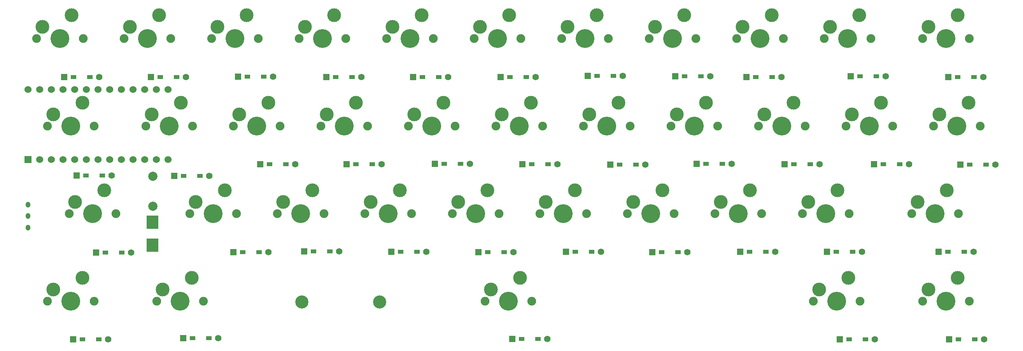
<source format=gbr>
%TF.GenerationSoftware,KiCad,Pcbnew,7.0.8*%
%TF.CreationDate,2024-10-24T11:53:26+09:00*%
%TF.ProjectId,cool337,636f6f6c-3333-4372-9e6b-696361645f70,rev?*%
%TF.SameCoordinates,Original*%
%TF.FileFunction,Soldermask,Top*%
%TF.FilePolarity,Negative*%
%FSLAX46Y46*%
G04 Gerber Fmt 4.6, Leading zero omitted, Abs format (unit mm)*
G04 Created by KiCad (PCBNEW 7.0.8) date 2024-10-24 11:53:26*
%MOMM*%
%LPD*%
G01*
G04 APERTURE LIST*
%ADD10R,1.397000X1.397000*%
%ADD11R,1.300000X0.950000*%
%ADD12C,1.397000*%
%ADD13C,1.900000*%
%ADD14C,3.000000*%
%ADD15C,4.100000*%
%ADD16C,2.850000*%
%ADD17C,2.000000*%
%ADD18O,1.000000X1.300000*%
%ADD19C,1.524000*%
%ADD20R,1.524000X1.524000*%
%ADD21R,2.600000X3.000000*%
G04 APERTURE END LIST*
D10*
%TO.C,D6*%
X95910000Y-8330000D03*
D11*
X97945000Y-8330000D03*
X101495000Y-8330000D03*
D12*
X103530000Y-8330000D03*
%TD*%
D13*
%TO.C,SW35*%
X92551250Y-57150000D03*
D14*
X93821250Y-54610000D03*
D15*
X97631250Y-57150000D03*
D14*
X100171250Y-52070000D03*
D13*
X102711250Y-57150000D03*
%TD*%
%TO.C,SW22*%
X190182500Y-19050000D03*
D14*
X191452500Y-16510000D03*
D15*
X195262500Y-19050000D03*
D14*
X197802500Y-13970000D03*
D13*
X200342500Y-19050000D03*
%TD*%
D10*
%TO.C,D20*%
X157755000Y-27290000D03*
D11*
X159790000Y-27290000D03*
X163340000Y-27290000D03*
D12*
X165375000Y-27290000D03*
%TD*%
D13*
%TO.C,SW13*%
X18732500Y-19050000D03*
D14*
X20002500Y-16510000D03*
D15*
X23812500Y-19050000D03*
D14*
X26352500Y-13970000D03*
D13*
X28892500Y-19050000D03*
%TD*%
%TO.C,SW3*%
X33020000Y0D03*
D14*
X34290000Y2540000D03*
D15*
X38100000Y0D03*
D14*
X40640000Y5080000D03*
D13*
X43180000Y0D03*
%TD*%
%TO.C,SW1*%
X-5080000Y0D03*
D14*
X-3810000Y2540000D03*
D15*
X0Y0D03*
D14*
X2540000Y5080000D03*
D13*
X5080000Y0D03*
%TD*%
%TO.C,SW19*%
X133032500Y-19050000D03*
D14*
X134302500Y-16510000D03*
D15*
X138112500Y-19050000D03*
D14*
X140652500Y-13970000D03*
D13*
X143192500Y-19050000D03*
%TD*%
D10*
%TO.C,D7*%
X114920000Y-8080000D03*
D11*
X116955000Y-8080000D03*
X120505000Y-8080000D03*
D12*
X122540000Y-8080000D03*
%TD*%
D10*
%TO.C,D31*%
X167010000Y-46320000D03*
D11*
X169045000Y-46320000D03*
X172595000Y-46320000D03*
D12*
X174630000Y-46320000D03*
%TD*%
D16*
%TO.C,BT1*%
X69580000Y-57260000D03*
X52680000Y-57260000D03*
%TD*%
D13*
%TO.C,SW10*%
X166370000Y0D03*
D14*
X167640000Y2540000D03*
D15*
X171450000Y0D03*
D14*
X173990000Y5080000D03*
D13*
X176530000Y0D03*
%TD*%
%TO.C,SW26*%
X66357500Y-38100000D03*
D14*
X67627500Y-35560000D03*
D15*
X71437500Y-38100000D03*
D14*
X73977500Y-33020000D03*
D13*
X76517500Y-38100000D03*
%TD*%
%TO.C,SW36*%
X163988750Y-57150000D03*
D14*
X165258750Y-54610000D03*
D15*
X169068750Y-57150000D03*
D14*
X171608750Y-52070000D03*
D13*
X174148750Y-57150000D03*
%TD*%
D10*
%TO.C,D8*%
X133930000Y-8200000D03*
D11*
X135965000Y-8200000D03*
X139515000Y-8200000D03*
D12*
X141550000Y-8200000D03*
%TD*%
D10*
%TO.C,D22*%
X196005000Y-27410000D03*
D11*
X198040000Y-27410000D03*
X201590000Y-27410000D03*
D12*
X203625000Y-27410000D03*
%TD*%
D10*
%TO.C,D34*%
X26825000Y-65170000D03*
D11*
X28860000Y-65170000D03*
X32410000Y-65170000D03*
D12*
X34445000Y-65170000D03*
%TD*%
D10*
%TO.C,D29*%
X129000000Y-46420000D03*
D11*
X131035000Y-46420000D03*
X134585000Y-46420000D03*
D12*
X136620000Y-46420000D03*
%TD*%
D13*
%TO.C,SW11*%
X187801250Y0D03*
D14*
X189071250Y2540000D03*
D15*
X192881250Y0D03*
D14*
X195421250Y5080000D03*
D13*
X197961250Y0D03*
%TD*%
%TO.C,SW29*%
X123507500Y-38100000D03*
D14*
X124777500Y-35560000D03*
D15*
X128587500Y-38100000D03*
D14*
X131127500Y-33020000D03*
D13*
X133667500Y-38100000D03*
%TD*%
D10*
%TO.C,D23*%
X7850000Y-46520000D03*
D11*
X9885000Y-46520000D03*
X13435000Y-46520000D03*
D12*
X15470000Y-46520000D03*
%TD*%
D13*
%TO.C,SW32*%
X185420000Y-38100000D03*
D14*
X186690000Y-35560000D03*
D15*
X190500000Y-38100000D03*
D14*
X193040000Y-33020000D03*
D13*
X195580000Y-38100000D03*
%TD*%
D17*
%TO.C,SW39*%
X20220000Y-29950000D03*
X20220000Y-36450000D03*
%TD*%
D13*
%TO.C,SW17*%
X94932500Y-19050000D03*
D14*
X96202500Y-16510000D03*
D15*
X100012500Y-19050000D03*
D14*
X102552500Y-13970000D03*
D13*
X105092500Y-19050000D03*
%TD*%
D10*
%TO.C,D24*%
X37810000Y-46460000D03*
D11*
X39845000Y-46460000D03*
X43395000Y-46460000D03*
D12*
X45430000Y-46460000D03*
%TD*%
D13*
%TO.C,SW15*%
X56832500Y-19050000D03*
D14*
X58102500Y-16510000D03*
D15*
X61912500Y-19050000D03*
D14*
X64452500Y-13970000D03*
D13*
X66992500Y-19050000D03*
%TD*%
%TO.C,SW31*%
X161607500Y-38100000D03*
D14*
X162877500Y-35560000D03*
D15*
X166687500Y-38100000D03*
D14*
X169227500Y-33020000D03*
D13*
X171767500Y-38100000D03*
%TD*%
D10*
%TO.C,D32*%
X191275000Y-46390000D03*
D11*
X193310000Y-46390000D03*
X196860000Y-46390000D03*
D12*
X198895000Y-46390000D03*
%TD*%
D13*
%TO.C,SW12*%
X-2698750Y-19050000D03*
D14*
X-1428750Y-16510000D03*
D15*
X2381250Y-19050000D03*
D14*
X4921250Y-13970000D03*
D13*
X7461250Y-19050000D03*
%TD*%
D10*
%TO.C,D26*%
X72155000Y-46340000D03*
D11*
X74190000Y-46340000D03*
X77740000Y-46340000D03*
D12*
X79775000Y-46340000D03*
%TD*%
D10*
%TO.C,D15*%
X62425000Y-27330000D03*
D11*
X64460000Y-27330000D03*
X68010000Y-27330000D03*
D12*
X70045000Y-27330000D03*
%TD*%
D13*
%TO.C,SW9*%
X147320000Y0D03*
D14*
X148590000Y2540000D03*
D15*
X152400000Y0D03*
D14*
X154940000Y5080000D03*
D13*
X157480000Y0D03*
%TD*%
D10*
%TO.C,D2*%
X19845000Y-8330000D03*
D11*
X21880000Y-8330000D03*
X25430000Y-8330000D03*
D12*
X27465000Y-8330000D03*
%TD*%
D13*
%TO.C,SW8*%
X128270000Y0D03*
D14*
X129540000Y2540000D03*
D15*
X133350000Y0D03*
D14*
X135890000Y5080000D03*
D13*
X138430000Y0D03*
%TD*%
%TO.C,SW30*%
X142557500Y-38100000D03*
D14*
X143827500Y-35560000D03*
D15*
X147637500Y-38100000D03*
D14*
X150177500Y-33020000D03*
D13*
X152717500Y-38100000D03*
%TD*%
D10*
%TO.C,D12*%
X3660000Y-29750000D03*
D11*
X5695000Y-29750000D03*
X9245000Y-29750000D03*
D12*
X11280000Y-29750000D03*
%TD*%
D13*
%TO.C,SW25*%
X47307500Y-38100000D03*
D14*
X48577500Y-35560000D03*
D15*
X52387500Y-38100000D03*
D14*
X54927500Y-33020000D03*
D13*
X57467500Y-38100000D03*
%TD*%
%TO.C,SW34*%
X21113750Y-57150000D03*
D14*
X22383750Y-54610000D03*
D15*
X26193750Y-57150000D03*
D14*
X28733750Y-52070000D03*
D13*
X31273750Y-57150000D03*
%TD*%
D10*
%TO.C,D36*%
X169740000Y-65420000D03*
D11*
X171775000Y-65420000D03*
X175325000Y-65420000D03*
D12*
X177360000Y-65420000D03*
%TD*%
D18*
%TO.C,SW38*%
X-6910000Y-41100000D03*
X-6910000Y-38600000D03*
X-6910000Y-36100000D03*
%TD*%
D10*
%TO.C,D25*%
X53150000Y-46280000D03*
D11*
X55185000Y-46280000D03*
X58735000Y-46280000D03*
D12*
X60770000Y-46280000D03*
%TD*%
D13*
%TO.C,SW23*%
X2063750Y-38100000D03*
D14*
X3333750Y-35560000D03*
D15*
X7143750Y-38100000D03*
D14*
X9683750Y-33020000D03*
D13*
X12223750Y-38100000D03*
%TD*%
D10*
%TO.C,D3*%
X38800000Y-8240000D03*
D11*
X40835000Y-8240000D03*
X44385000Y-8240000D03*
D12*
X46420000Y-8240000D03*
%TD*%
D10*
%TO.C,D10*%
X172110000Y-8140000D03*
D11*
X174145000Y-8140000D03*
X177695000Y-8140000D03*
D12*
X179730000Y-8140000D03*
%TD*%
D19*
%TO.C,U1*%
X-4420000Y-11088600D03*
X-1880000Y-11088600D03*
X660000Y-11088600D03*
X3200000Y-11088600D03*
X5740000Y-11088600D03*
X8280000Y-11088600D03*
X10820000Y-11088600D03*
X13360000Y-11088600D03*
X15900000Y-11088600D03*
X18440000Y-11088600D03*
X20980000Y-11088600D03*
X23520000Y-11088600D03*
X23520000Y-26308600D03*
X20980000Y-26308600D03*
X18440000Y-26308600D03*
X15900000Y-26308600D03*
X13360000Y-26308600D03*
X10820000Y-26308600D03*
X8280000Y-26308600D03*
X5740000Y-26308600D03*
X3200000Y-26308600D03*
X660000Y-26308600D03*
X-1880000Y-26308600D03*
X-4420000Y-26308600D03*
D20*
X-6960000Y-26308600D03*
D19*
X-6960000Y-11088600D03*
%TD*%
D10*
%TO.C,D35*%
X98460000Y-65360000D03*
D11*
X100495000Y-65360000D03*
X104045000Y-65360000D03*
D12*
X106080000Y-65360000D03*
%TD*%
D13*
%TO.C,SW4*%
X52070000Y0D03*
D14*
X53340000Y2540000D03*
D15*
X57150000Y0D03*
D14*
X59690000Y5080000D03*
D13*
X62230000Y0D03*
%TD*%
D10*
%TO.C,D5*%
X76910000Y-8360000D03*
D11*
X78945000Y-8360000D03*
X82495000Y-8360000D03*
D12*
X84530000Y-8360000D03*
%TD*%
D10*
%TO.C,D30*%
X148120000Y-46370000D03*
D11*
X150155000Y-46370000D03*
X153705000Y-46370000D03*
D12*
X155740000Y-46370000D03*
%TD*%
D10*
%TO.C,D1*%
X920000Y-8330000D03*
D11*
X2955000Y-8330000D03*
X6505000Y-8330000D03*
D12*
X8540000Y-8330000D03*
%TD*%
D10*
%TO.C,D19*%
X138615000Y-27260000D03*
D11*
X140650000Y-27260000D03*
X144200000Y-27260000D03*
D12*
X146235000Y-27260000D03*
%TD*%
D10*
%TO.C,D18*%
X119835000Y-27350000D03*
D11*
X121870000Y-27350000D03*
X125420000Y-27350000D03*
D12*
X127455000Y-27350000D03*
%TD*%
D10*
%TO.C,D14*%
X43635000Y-27340000D03*
D11*
X45670000Y-27340000D03*
X49220000Y-27340000D03*
D12*
X51255000Y-27340000D03*
%TD*%
D13*
%TO.C,SW2*%
X13970000Y0D03*
D14*
X15240000Y2540000D03*
D15*
X19050000Y0D03*
D14*
X21590000Y5080000D03*
D13*
X24130000Y0D03*
%TD*%
%TO.C,SW21*%
X171132500Y-19050000D03*
D14*
X172402500Y-16510000D03*
D15*
X176212500Y-19050000D03*
D14*
X178752500Y-13970000D03*
D13*
X181292500Y-19050000D03*
%TD*%
D10*
%TO.C,D13*%
X24880000Y-29880000D03*
D11*
X26915000Y-29880000D03*
X30465000Y-29880000D03*
D12*
X32500000Y-29880000D03*
%TD*%
D21*
%TO.C,C2*%
X20160000Y-44900000D03*
X20160000Y-39900000D03*
%TD*%
D10*
%TO.C,D37*%
X193555000Y-65370000D03*
D11*
X195590000Y-65370000D03*
X199140000Y-65370000D03*
D12*
X201175000Y-65370000D03*
%TD*%
D10*
%TO.C,D9*%
X149420000Y-8350000D03*
D11*
X151455000Y-8350000D03*
X155005000Y-8350000D03*
D12*
X157040000Y-8350000D03*
%TD*%
D13*
%TO.C,SW37*%
X187801250Y-57150000D03*
D14*
X189071250Y-54610000D03*
D15*
X192881250Y-57150000D03*
D14*
X195421250Y-52070000D03*
D13*
X197961250Y-57150000D03*
%TD*%
D10*
%TO.C,D4*%
X58040000Y-8310000D03*
D11*
X60075000Y-8310000D03*
X63625000Y-8310000D03*
D12*
X65660000Y-8310000D03*
%TD*%
D13*
%TO.C,SW6*%
X90170000Y0D03*
D14*
X91440000Y2540000D03*
D15*
X95250000Y0D03*
D14*
X97790000Y5080000D03*
D13*
X100330000Y0D03*
%TD*%
D10*
%TO.C,D33*%
X2925000Y-65430000D03*
D11*
X4960000Y-65430000D03*
X8510000Y-65430000D03*
D12*
X10545000Y-65430000D03*
%TD*%
D13*
%TO.C,SW20*%
X152082500Y-19050000D03*
D14*
X153352500Y-16510000D03*
D15*
X157162500Y-19050000D03*
D14*
X159702500Y-13970000D03*
D13*
X162242500Y-19050000D03*
%TD*%
%TO.C,SW14*%
X37782500Y-19050000D03*
D14*
X39052500Y-16510000D03*
D15*
X42862500Y-19050000D03*
D14*
X45402500Y-13970000D03*
D13*
X47942500Y-19050000D03*
%TD*%
%TO.C,SW5*%
X71120000Y0D03*
D14*
X72390000Y2540000D03*
D15*
X76200000Y0D03*
D14*
X78740000Y5080000D03*
D13*
X81280000Y0D03*
%TD*%
%TO.C,SW16*%
X75882500Y-19050000D03*
D14*
X77152500Y-16510000D03*
D15*
X80962500Y-19050000D03*
D14*
X83502500Y-13970000D03*
D13*
X86042500Y-19050000D03*
%TD*%
%TO.C,SW18*%
X113982500Y-19050000D03*
D14*
X115252500Y-16510000D03*
D15*
X119062500Y-19050000D03*
D14*
X121602500Y-13970000D03*
D13*
X124142500Y-19050000D03*
%TD*%
D10*
%TO.C,D11*%
X193420000Y-8340000D03*
D11*
X195455000Y-8340000D03*
X199005000Y-8340000D03*
D12*
X201040000Y-8340000D03*
%TD*%
D13*
%TO.C,SW27*%
X85407500Y-38100000D03*
D14*
X86677500Y-35560000D03*
D15*
X90487500Y-38100000D03*
D14*
X93027500Y-33020000D03*
D13*
X95567500Y-38100000D03*
%TD*%
D10*
%TO.C,D17*%
X100705000Y-27320000D03*
D11*
X102740000Y-27320000D03*
X106290000Y-27320000D03*
D12*
X108325000Y-27320000D03*
%TD*%
D10*
%TO.C,D27*%
X91155000Y-46470000D03*
D11*
X93190000Y-46470000D03*
X96740000Y-46470000D03*
D12*
X98775000Y-46470000D03*
%TD*%
D13*
%TO.C,SW28*%
X104457500Y-38100000D03*
D14*
X105727500Y-35560000D03*
D15*
X109537500Y-38100000D03*
D14*
X112077500Y-33020000D03*
D13*
X114617500Y-38100000D03*
%TD*%
%TO.C,SW33*%
X-2698750Y-57150000D03*
D14*
X-1428750Y-54610000D03*
D15*
X2381250Y-57150000D03*
D14*
X4921250Y-52070000D03*
D13*
X7461250Y-57150000D03*
%TD*%
D10*
%TO.C,D16*%
X81615000Y-27190000D03*
D11*
X83650000Y-27190000D03*
X87200000Y-27190000D03*
D12*
X89235000Y-27190000D03*
%TD*%
D13*
%TO.C,SW7*%
X109220000Y0D03*
D14*
X110490000Y2540000D03*
D15*
X114300000Y0D03*
D14*
X116840000Y5080000D03*
D13*
X119380000Y0D03*
%TD*%
D10*
%TO.C,D21*%
X177195000Y-27280000D03*
D11*
X179230000Y-27280000D03*
X182780000Y-27280000D03*
D12*
X184815000Y-27280000D03*
%TD*%
D10*
%TO.C,D28*%
X110185000Y-46360000D03*
D11*
X112220000Y-46360000D03*
X115770000Y-46360000D03*
D12*
X117805000Y-46360000D03*
%TD*%
D13*
%TO.C,SW24*%
X28257500Y-38100000D03*
D14*
X29527500Y-35560000D03*
D15*
X33337500Y-38100000D03*
D14*
X35877500Y-33020000D03*
D13*
X38417500Y-38100000D03*
%TD*%
M02*

</source>
